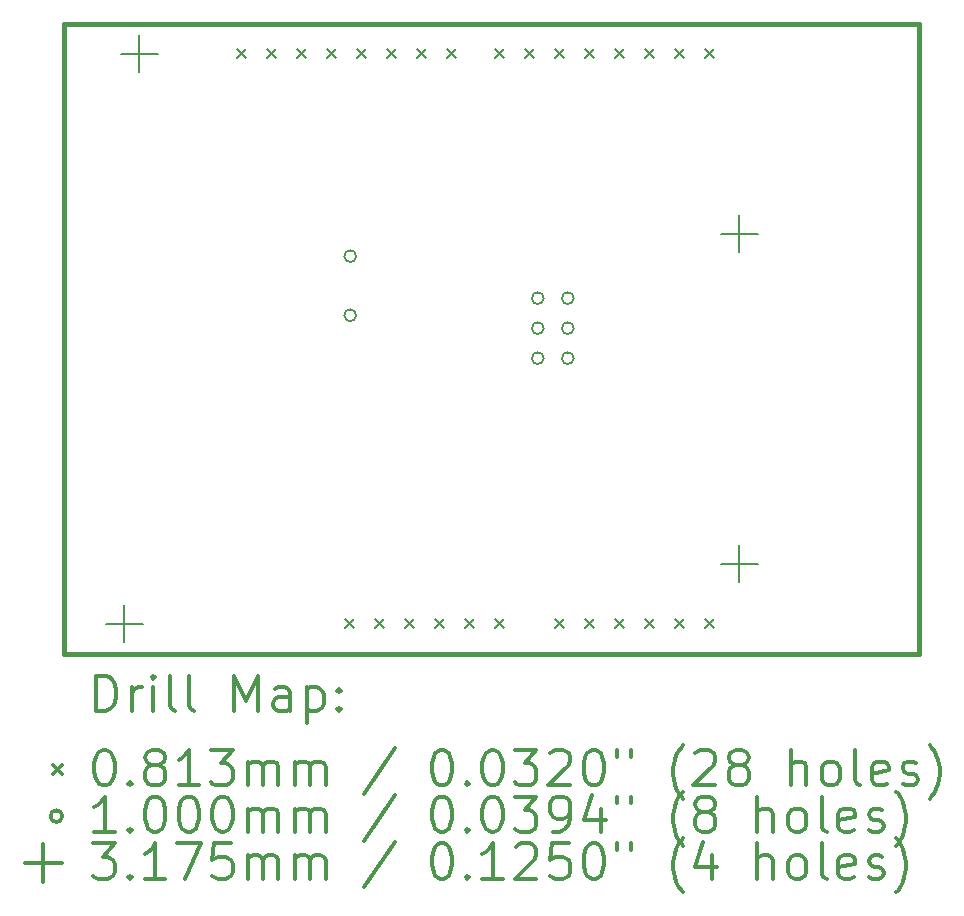
<source format=gbr>
%FSLAX45Y45*%
G04 Gerber Fmt 4.5, Leading zero omitted, Abs format (unit mm)*
G04 Created by KiCad (PCBNEW 5.1.10) date 2021-11-17 00:55:28*
%MOMM*%
%LPD*%
G01*
G04 APERTURE LIST*
%TA.AperFunction,Profile*%
%ADD10C,0.100000*%
%TD*%
%TA.AperFunction,Profile*%
%ADD11C,0.381000*%
%TD*%
%ADD12C,0.200000*%
%ADD13C,0.300000*%
G04 APERTURE END LIST*
D10*
X19208750Y-13271500D02*
X19208750Y-13265150D01*
D11*
X11969750Y-13271500D02*
X19208750Y-13271500D01*
X19208750Y-7937500D02*
X19208750Y-13265150D01*
X11969750Y-7937500D02*
X19208750Y-7937500D01*
X11969750Y-13271500D02*
X11969750Y-7937500D01*
D12*
X13427760Y-8150860D02*
X13509040Y-8232140D01*
X13509040Y-8150860D02*
X13427760Y-8232140D01*
X13681760Y-8150860D02*
X13763040Y-8232140D01*
X13763040Y-8150860D02*
X13681760Y-8232140D01*
X13935760Y-8150860D02*
X14017040Y-8232140D01*
X14017040Y-8150860D02*
X13935760Y-8232140D01*
X14189760Y-8150860D02*
X14271040Y-8232140D01*
X14271040Y-8150860D02*
X14189760Y-8232140D01*
X14342160Y-12976860D02*
X14423440Y-13058140D01*
X14423440Y-12976860D02*
X14342160Y-13058140D01*
X14443760Y-8150860D02*
X14525040Y-8232140D01*
X14525040Y-8150860D02*
X14443760Y-8232140D01*
X14596160Y-12976860D02*
X14677440Y-13058140D01*
X14677440Y-12976860D02*
X14596160Y-13058140D01*
X14697760Y-8150860D02*
X14779040Y-8232140D01*
X14779040Y-8150860D02*
X14697760Y-8232140D01*
X14850160Y-12976860D02*
X14931440Y-13058140D01*
X14931440Y-12976860D02*
X14850160Y-13058140D01*
X14951760Y-8150860D02*
X15033040Y-8232140D01*
X15033040Y-8150860D02*
X14951760Y-8232140D01*
X15104160Y-12976860D02*
X15185440Y-13058140D01*
X15185440Y-12976860D02*
X15104160Y-13058140D01*
X15205760Y-8150860D02*
X15287040Y-8232140D01*
X15287040Y-8150860D02*
X15205760Y-8232140D01*
X15358160Y-12976860D02*
X15439440Y-13058140D01*
X15439440Y-12976860D02*
X15358160Y-13058140D01*
X15612160Y-8150860D02*
X15693440Y-8232140D01*
X15693440Y-8150860D02*
X15612160Y-8232140D01*
X15612160Y-12976860D02*
X15693440Y-13058140D01*
X15693440Y-12976860D02*
X15612160Y-13058140D01*
X15866160Y-8150860D02*
X15947440Y-8232140D01*
X15947440Y-8150860D02*
X15866160Y-8232140D01*
X16120160Y-8150860D02*
X16201440Y-8232140D01*
X16201440Y-8150860D02*
X16120160Y-8232140D01*
X16120160Y-12976860D02*
X16201440Y-13058140D01*
X16201440Y-12976860D02*
X16120160Y-13058140D01*
X16374160Y-8150860D02*
X16455440Y-8232140D01*
X16455440Y-8150860D02*
X16374160Y-8232140D01*
X16374160Y-12976860D02*
X16455440Y-13058140D01*
X16455440Y-12976860D02*
X16374160Y-13058140D01*
X16628160Y-8150860D02*
X16709440Y-8232140D01*
X16709440Y-8150860D02*
X16628160Y-8232140D01*
X16628160Y-12976860D02*
X16709440Y-13058140D01*
X16709440Y-12976860D02*
X16628160Y-13058140D01*
X16882160Y-8150860D02*
X16963440Y-8232140D01*
X16963440Y-8150860D02*
X16882160Y-8232140D01*
X16882160Y-12976860D02*
X16963440Y-13058140D01*
X16963440Y-12976860D02*
X16882160Y-13058140D01*
X17136160Y-8150860D02*
X17217440Y-8232140D01*
X17217440Y-8150860D02*
X17136160Y-8232140D01*
X17136160Y-12976860D02*
X17217440Y-13058140D01*
X17217440Y-12976860D02*
X17136160Y-13058140D01*
X17390160Y-8150860D02*
X17471440Y-8232140D01*
X17471440Y-8150860D02*
X17390160Y-8232140D01*
X17390160Y-12976860D02*
X17471440Y-13058140D01*
X17471440Y-12976860D02*
X17390160Y-13058140D01*
X14439000Y-9906000D02*
G75*
G03*
X14439000Y-9906000I-50000J0D01*
G01*
X14439000Y-10406000D02*
G75*
G03*
X14439000Y-10406000I-50000J0D01*
G01*
X16026600Y-10261600D02*
G75*
G03*
X16026600Y-10261600I-50000J0D01*
G01*
X16026600Y-10515600D02*
G75*
G03*
X16026600Y-10515600I-50000J0D01*
G01*
X16026600Y-10769600D02*
G75*
G03*
X16026600Y-10769600I-50000J0D01*
G01*
X16280600Y-10261600D02*
G75*
G03*
X16280600Y-10261600I-50000J0D01*
G01*
X16280600Y-10515600D02*
G75*
G03*
X16280600Y-10515600I-50000J0D01*
G01*
X16280600Y-10769600D02*
G75*
G03*
X16280600Y-10769600I-50000J0D01*
G01*
X12477800Y-12858750D02*
X12477800Y-13176250D01*
X12319050Y-13017500D02*
X12636550Y-13017500D01*
X12604800Y-8032750D02*
X12604800Y-8350250D01*
X12446050Y-8191500D02*
X12763550Y-8191500D01*
X17684800Y-9556750D02*
X17684800Y-9874250D01*
X17526050Y-9715500D02*
X17843550Y-9715500D01*
X17684800Y-12350750D02*
X17684800Y-12668250D01*
X17526050Y-12509500D02*
X17843550Y-12509500D01*
D13*
X12237128Y-13756264D02*
X12237128Y-13456264D01*
X12308557Y-13456264D01*
X12351414Y-13470550D01*
X12379986Y-13499121D01*
X12394271Y-13527693D01*
X12408557Y-13584836D01*
X12408557Y-13627693D01*
X12394271Y-13684836D01*
X12379986Y-13713407D01*
X12351414Y-13741979D01*
X12308557Y-13756264D01*
X12237128Y-13756264D01*
X12537128Y-13756264D02*
X12537128Y-13556264D01*
X12537128Y-13613407D02*
X12551414Y-13584836D01*
X12565700Y-13570550D01*
X12594271Y-13556264D01*
X12622843Y-13556264D01*
X12722843Y-13756264D02*
X12722843Y-13556264D01*
X12722843Y-13456264D02*
X12708557Y-13470550D01*
X12722843Y-13484836D01*
X12737128Y-13470550D01*
X12722843Y-13456264D01*
X12722843Y-13484836D01*
X12908557Y-13756264D02*
X12879986Y-13741979D01*
X12865700Y-13713407D01*
X12865700Y-13456264D01*
X13065700Y-13756264D02*
X13037128Y-13741979D01*
X13022843Y-13713407D01*
X13022843Y-13456264D01*
X13408557Y-13756264D02*
X13408557Y-13456264D01*
X13508557Y-13670550D01*
X13608557Y-13456264D01*
X13608557Y-13756264D01*
X13879986Y-13756264D02*
X13879986Y-13599121D01*
X13865700Y-13570550D01*
X13837128Y-13556264D01*
X13779986Y-13556264D01*
X13751414Y-13570550D01*
X13879986Y-13741979D02*
X13851414Y-13756264D01*
X13779986Y-13756264D01*
X13751414Y-13741979D01*
X13737128Y-13713407D01*
X13737128Y-13684836D01*
X13751414Y-13656264D01*
X13779986Y-13641979D01*
X13851414Y-13641979D01*
X13879986Y-13627693D01*
X14022843Y-13556264D02*
X14022843Y-13856264D01*
X14022843Y-13570550D02*
X14051414Y-13556264D01*
X14108557Y-13556264D01*
X14137128Y-13570550D01*
X14151414Y-13584836D01*
X14165700Y-13613407D01*
X14165700Y-13699121D01*
X14151414Y-13727693D01*
X14137128Y-13741979D01*
X14108557Y-13756264D01*
X14051414Y-13756264D01*
X14022843Y-13741979D01*
X14294271Y-13727693D02*
X14308557Y-13741979D01*
X14294271Y-13756264D01*
X14279986Y-13741979D01*
X14294271Y-13727693D01*
X14294271Y-13756264D01*
X14294271Y-13570550D02*
X14308557Y-13584836D01*
X14294271Y-13599121D01*
X14279986Y-13584836D01*
X14294271Y-13570550D01*
X14294271Y-13599121D01*
X11869420Y-14209910D02*
X11950700Y-14291190D01*
X11950700Y-14209910D02*
X11869420Y-14291190D01*
X12294271Y-14086264D02*
X12322843Y-14086264D01*
X12351414Y-14100550D01*
X12365700Y-14114836D01*
X12379986Y-14143407D01*
X12394271Y-14200550D01*
X12394271Y-14271979D01*
X12379986Y-14329121D01*
X12365700Y-14357693D01*
X12351414Y-14371979D01*
X12322843Y-14386264D01*
X12294271Y-14386264D01*
X12265700Y-14371979D01*
X12251414Y-14357693D01*
X12237128Y-14329121D01*
X12222843Y-14271979D01*
X12222843Y-14200550D01*
X12237128Y-14143407D01*
X12251414Y-14114836D01*
X12265700Y-14100550D01*
X12294271Y-14086264D01*
X12522843Y-14357693D02*
X12537128Y-14371979D01*
X12522843Y-14386264D01*
X12508557Y-14371979D01*
X12522843Y-14357693D01*
X12522843Y-14386264D01*
X12708557Y-14214836D02*
X12679986Y-14200550D01*
X12665700Y-14186264D01*
X12651414Y-14157693D01*
X12651414Y-14143407D01*
X12665700Y-14114836D01*
X12679986Y-14100550D01*
X12708557Y-14086264D01*
X12765700Y-14086264D01*
X12794271Y-14100550D01*
X12808557Y-14114836D01*
X12822843Y-14143407D01*
X12822843Y-14157693D01*
X12808557Y-14186264D01*
X12794271Y-14200550D01*
X12765700Y-14214836D01*
X12708557Y-14214836D01*
X12679986Y-14229121D01*
X12665700Y-14243407D01*
X12651414Y-14271979D01*
X12651414Y-14329121D01*
X12665700Y-14357693D01*
X12679986Y-14371979D01*
X12708557Y-14386264D01*
X12765700Y-14386264D01*
X12794271Y-14371979D01*
X12808557Y-14357693D01*
X12822843Y-14329121D01*
X12822843Y-14271979D01*
X12808557Y-14243407D01*
X12794271Y-14229121D01*
X12765700Y-14214836D01*
X13108557Y-14386264D02*
X12937128Y-14386264D01*
X13022843Y-14386264D02*
X13022843Y-14086264D01*
X12994271Y-14129121D01*
X12965700Y-14157693D01*
X12937128Y-14171979D01*
X13208557Y-14086264D02*
X13394271Y-14086264D01*
X13294271Y-14200550D01*
X13337128Y-14200550D01*
X13365700Y-14214836D01*
X13379986Y-14229121D01*
X13394271Y-14257693D01*
X13394271Y-14329121D01*
X13379986Y-14357693D01*
X13365700Y-14371979D01*
X13337128Y-14386264D01*
X13251414Y-14386264D01*
X13222843Y-14371979D01*
X13208557Y-14357693D01*
X13522843Y-14386264D02*
X13522843Y-14186264D01*
X13522843Y-14214836D02*
X13537128Y-14200550D01*
X13565700Y-14186264D01*
X13608557Y-14186264D01*
X13637128Y-14200550D01*
X13651414Y-14229121D01*
X13651414Y-14386264D01*
X13651414Y-14229121D02*
X13665700Y-14200550D01*
X13694271Y-14186264D01*
X13737128Y-14186264D01*
X13765700Y-14200550D01*
X13779986Y-14229121D01*
X13779986Y-14386264D01*
X13922843Y-14386264D02*
X13922843Y-14186264D01*
X13922843Y-14214836D02*
X13937128Y-14200550D01*
X13965700Y-14186264D01*
X14008557Y-14186264D01*
X14037128Y-14200550D01*
X14051414Y-14229121D01*
X14051414Y-14386264D01*
X14051414Y-14229121D02*
X14065700Y-14200550D01*
X14094271Y-14186264D01*
X14137128Y-14186264D01*
X14165700Y-14200550D01*
X14179986Y-14229121D01*
X14179986Y-14386264D01*
X14765700Y-14071979D02*
X14508557Y-14457693D01*
X15151414Y-14086264D02*
X15179986Y-14086264D01*
X15208557Y-14100550D01*
X15222843Y-14114836D01*
X15237128Y-14143407D01*
X15251414Y-14200550D01*
X15251414Y-14271979D01*
X15237128Y-14329121D01*
X15222843Y-14357693D01*
X15208557Y-14371979D01*
X15179986Y-14386264D01*
X15151414Y-14386264D01*
X15122843Y-14371979D01*
X15108557Y-14357693D01*
X15094271Y-14329121D01*
X15079986Y-14271979D01*
X15079986Y-14200550D01*
X15094271Y-14143407D01*
X15108557Y-14114836D01*
X15122843Y-14100550D01*
X15151414Y-14086264D01*
X15379986Y-14357693D02*
X15394271Y-14371979D01*
X15379986Y-14386264D01*
X15365700Y-14371979D01*
X15379986Y-14357693D01*
X15379986Y-14386264D01*
X15579986Y-14086264D02*
X15608557Y-14086264D01*
X15637128Y-14100550D01*
X15651414Y-14114836D01*
X15665700Y-14143407D01*
X15679986Y-14200550D01*
X15679986Y-14271979D01*
X15665700Y-14329121D01*
X15651414Y-14357693D01*
X15637128Y-14371979D01*
X15608557Y-14386264D01*
X15579986Y-14386264D01*
X15551414Y-14371979D01*
X15537128Y-14357693D01*
X15522843Y-14329121D01*
X15508557Y-14271979D01*
X15508557Y-14200550D01*
X15522843Y-14143407D01*
X15537128Y-14114836D01*
X15551414Y-14100550D01*
X15579986Y-14086264D01*
X15779986Y-14086264D02*
X15965700Y-14086264D01*
X15865700Y-14200550D01*
X15908557Y-14200550D01*
X15937128Y-14214836D01*
X15951414Y-14229121D01*
X15965700Y-14257693D01*
X15965700Y-14329121D01*
X15951414Y-14357693D01*
X15937128Y-14371979D01*
X15908557Y-14386264D01*
X15822843Y-14386264D01*
X15794271Y-14371979D01*
X15779986Y-14357693D01*
X16079986Y-14114836D02*
X16094271Y-14100550D01*
X16122843Y-14086264D01*
X16194271Y-14086264D01*
X16222843Y-14100550D01*
X16237128Y-14114836D01*
X16251414Y-14143407D01*
X16251414Y-14171979D01*
X16237128Y-14214836D01*
X16065700Y-14386264D01*
X16251414Y-14386264D01*
X16437128Y-14086264D02*
X16465700Y-14086264D01*
X16494271Y-14100550D01*
X16508557Y-14114836D01*
X16522843Y-14143407D01*
X16537128Y-14200550D01*
X16537128Y-14271979D01*
X16522843Y-14329121D01*
X16508557Y-14357693D01*
X16494271Y-14371979D01*
X16465700Y-14386264D01*
X16437128Y-14386264D01*
X16408557Y-14371979D01*
X16394271Y-14357693D01*
X16379986Y-14329121D01*
X16365700Y-14271979D01*
X16365700Y-14200550D01*
X16379986Y-14143407D01*
X16394271Y-14114836D01*
X16408557Y-14100550D01*
X16437128Y-14086264D01*
X16651414Y-14086264D02*
X16651414Y-14143407D01*
X16765700Y-14086264D02*
X16765700Y-14143407D01*
X17208557Y-14500550D02*
X17194271Y-14486264D01*
X17165700Y-14443407D01*
X17151414Y-14414836D01*
X17137128Y-14371979D01*
X17122843Y-14300550D01*
X17122843Y-14243407D01*
X17137128Y-14171979D01*
X17151414Y-14129121D01*
X17165700Y-14100550D01*
X17194271Y-14057693D01*
X17208557Y-14043407D01*
X17308557Y-14114836D02*
X17322843Y-14100550D01*
X17351414Y-14086264D01*
X17422843Y-14086264D01*
X17451414Y-14100550D01*
X17465700Y-14114836D01*
X17479986Y-14143407D01*
X17479986Y-14171979D01*
X17465700Y-14214836D01*
X17294271Y-14386264D01*
X17479986Y-14386264D01*
X17651414Y-14214836D02*
X17622843Y-14200550D01*
X17608557Y-14186264D01*
X17594271Y-14157693D01*
X17594271Y-14143407D01*
X17608557Y-14114836D01*
X17622843Y-14100550D01*
X17651414Y-14086264D01*
X17708557Y-14086264D01*
X17737128Y-14100550D01*
X17751414Y-14114836D01*
X17765700Y-14143407D01*
X17765700Y-14157693D01*
X17751414Y-14186264D01*
X17737128Y-14200550D01*
X17708557Y-14214836D01*
X17651414Y-14214836D01*
X17622843Y-14229121D01*
X17608557Y-14243407D01*
X17594271Y-14271979D01*
X17594271Y-14329121D01*
X17608557Y-14357693D01*
X17622843Y-14371979D01*
X17651414Y-14386264D01*
X17708557Y-14386264D01*
X17737128Y-14371979D01*
X17751414Y-14357693D01*
X17765700Y-14329121D01*
X17765700Y-14271979D01*
X17751414Y-14243407D01*
X17737128Y-14229121D01*
X17708557Y-14214836D01*
X18122843Y-14386264D02*
X18122843Y-14086264D01*
X18251414Y-14386264D02*
X18251414Y-14229121D01*
X18237128Y-14200550D01*
X18208557Y-14186264D01*
X18165700Y-14186264D01*
X18137128Y-14200550D01*
X18122843Y-14214836D01*
X18437128Y-14386264D02*
X18408557Y-14371979D01*
X18394271Y-14357693D01*
X18379986Y-14329121D01*
X18379986Y-14243407D01*
X18394271Y-14214836D01*
X18408557Y-14200550D01*
X18437128Y-14186264D01*
X18479986Y-14186264D01*
X18508557Y-14200550D01*
X18522843Y-14214836D01*
X18537128Y-14243407D01*
X18537128Y-14329121D01*
X18522843Y-14357693D01*
X18508557Y-14371979D01*
X18479986Y-14386264D01*
X18437128Y-14386264D01*
X18708557Y-14386264D02*
X18679986Y-14371979D01*
X18665700Y-14343407D01*
X18665700Y-14086264D01*
X18937128Y-14371979D02*
X18908557Y-14386264D01*
X18851414Y-14386264D01*
X18822843Y-14371979D01*
X18808557Y-14343407D01*
X18808557Y-14229121D01*
X18822843Y-14200550D01*
X18851414Y-14186264D01*
X18908557Y-14186264D01*
X18937128Y-14200550D01*
X18951414Y-14229121D01*
X18951414Y-14257693D01*
X18808557Y-14286264D01*
X19065700Y-14371979D02*
X19094271Y-14386264D01*
X19151414Y-14386264D01*
X19179986Y-14371979D01*
X19194271Y-14343407D01*
X19194271Y-14329121D01*
X19179986Y-14300550D01*
X19151414Y-14286264D01*
X19108557Y-14286264D01*
X19079986Y-14271979D01*
X19065700Y-14243407D01*
X19065700Y-14229121D01*
X19079986Y-14200550D01*
X19108557Y-14186264D01*
X19151414Y-14186264D01*
X19179986Y-14200550D01*
X19294271Y-14500550D02*
X19308557Y-14486264D01*
X19337128Y-14443407D01*
X19351414Y-14414836D01*
X19365700Y-14371979D01*
X19379986Y-14300550D01*
X19379986Y-14243407D01*
X19365700Y-14171979D01*
X19351414Y-14129121D01*
X19337128Y-14100550D01*
X19308557Y-14057693D01*
X19294271Y-14043407D01*
X11950700Y-14646550D02*
G75*
G03*
X11950700Y-14646550I-50000J0D01*
G01*
X12394271Y-14782264D02*
X12222843Y-14782264D01*
X12308557Y-14782264D02*
X12308557Y-14482264D01*
X12279986Y-14525121D01*
X12251414Y-14553693D01*
X12222843Y-14567979D01*
X12522843Y-14753693D02*
X12537128Y-14767979D01*
X12522843Y-14782264D01*
X12508557Y-14767979D01*
X12522843Y-14753693D01*
X12522843Y-14782264D01*
X12722843Y-14482264D02*
X12751414Y-14482264D01*
X12779986Y-14496550D01*
X12794271Y-14510836D01*
X12808557Y-14539407D01*
X12822843Y-14596550D01*
X12822843Y-14667979D01*
X12808557Y-14725121D01*
X12794271Y-14753693D01*
X12779986Y-14767979D01*
X12751414Y-14782264D01*
X12722843Y-14782264D01*
X12694271Y-14767979D01*
X12679986Y-14753693D01*
X12665700Y-14725121D01*
X12651414Y-14667979D01*
X12651414Y-14596550D01*
X12665700Y-14539407D01*
X12679986Y-14510836D01*
X12694271Y-14496550D01*
X12722843Y-14482264D01*
X13008557Y-14482264D02*
X13037128Y-14482264D01*
X13065700Y-14496550D01*
X13079986Y-14510836D01*
X13094271Y-14539407D01*
X13108557Y-14596550D01*
X13108557Y-14667979D01*
X13094271Y-14725121D01*
X13079986Y-14753693D01*
X13065700Y-14767979D01*
X13037128Y-14782264D01*
X13008557Y-14782264D01*
X12979986Y-14767979D01*
X12965700Y-14753693D01*
X12951414Y-14725121D01*
X12937128Y-14667979D01*
X12937128Y-14596550D01*
X12951414Y-14539407D01*
X12965700Y-14510836D01*
X12979986Y-14496550D01*
X13008557Y-14482264D01*
X13294271Y-14482264D02*
X13322843Y-14482264D01*
X13351414Y-14496550D01*
X13365700Y-14510836D01*
X13379986Y-14539407D01*
X13394271Y-14596550D01*
X13394271Y-14667979D01*
X13379986Y-14725121D01*
X13365700Y-14753693D01*
X13351414Y-14767979D01*
X13322843Y-14782264D01*
X13294271Y-14782264D01*
X13265700Y-14767979D01*
X13251414Y-14753693D01*
X13237128Y-14725121D01*
X13222843Y-14667979D01*
X13222843Y-14596550D01*
X13237128Y-14539407D01*
X13251414Y-14510836D01*
X13265700Y-14496550D01*
X13294271Y-14482264D01*
X13522843Y-14782264D02*
X13522843Y-14582264D01*
X13522843Y-14610836D02*
X13537128Y-14596550D01*
X13565700Y-14582264D01*
X13608557Y-14582264D01*
X13637128Y-14596550D01*
X13651414Y-14625121D01*
X13651414Y-14782264D01*
X13651414Y-14625121D02*
X13665700Y-14596550D01*
X13694271Y-14582264D01*
X13737128Y-14582264D01*
X13765700Y-14596550D01*
X13779986Y-14625121D01*
X13779986Y-14782264D01*
X13922843Y-14782264D02*
X13922843Y-14582264D01*
X13922843Y-14610836D02*
X13937128Y-14596550D01*
X13965700Y-14582264D01*
X14008557Y-14582264D01*
X14037128Y-14596550D01*
X14051414Y-14625121D01*
X14051414Y-14782264D01*
X14051414Y-14625121D02*
X14065700Y-14596550D01*
X14094271Y-14582264D01*
X14137128Y-14582264D01*
X14165700Y-14596550D01*
X14179986Y-14625121D01*
X14179986Y-14782264D01*
X14765700Y-14467979D02*
X14508557Y-14853693D01*
X15151414Y-14482264D02*
X15179986Y-14482264D01*
X15208557Y-14496550D01*
X15222843Y-14510836D01*
X15237128Y-14539407D01*
X15251414Y-14596550D01*
X15251414Y-14667979D01*
X15237128Y-14725121D01*
X15222843Y-14753693D01*
X15208557Y-14767979D01*
X15179986Y-14782264D01*
X15151414Y-14782264D01*
X15122843Y-14767979D01*
X15108557Y-14753693D01*
X15094271Y-14725121D01*
X15079986Y-14667979D01*
X15079986Y-14596550D01*
X15094271Y-14539407D01*
X15108557Y-14510836D01*
X15122843Y-14496550D01*
X15151414Y-14482264D01*
X15379986Y-14753693D02*
X15394271Y-14767979D01*
X15379986Y-14782264D01*
X15365700Y-14767979D01*
X15379986Y-14753693D01*
X15379986Y-14782264D01*
X15579986Y-14482264D02*
X15608557Y-14482264D01*
X15637128Y-14496550D01*
X15651414Y-14510836D01*
X15665700Y-14539407D01*
X15679986Y-14596550D01*
X15679986Y-14667979D01*
X15665700Y-14725121D01*
X15651414Y-14753693D01*
X15637128Y-14767979D01*
X15608557Y-14782264D01*
X15579986Y-14782264D01*
X15551414Y-14767979D01*
X15537128Y-14753693D01*
X15522843Y-14725121D01*
X15508557Y-14667979D01*
X15508557Y-14596550D01*
X15522843Y-14539407D01*
X15537128Y-14510836D01*
X15551414Y-14496550D01*
X15579986Y-14482264D01*
X15779986Y-14482264D02*
X15965700Y-14482264D01*
X15865700Y-14596550D01*
X15908557Y-14596550D01*
X15937128Y-14610836D01*
X15951414Y-14625121D01*
X15965700Y-14653693D01*
X15965700Y-14725121D01*
X15951414Y-14753693D01*
X15937128Y-14767979D01*
X15908557Y-14782264D01*
X15822843Y-14782264D01*
X15794271Y-14767979D01*
X15779986Y-14753693D01*
X16108557Y-14782264D02*
X16165700Y-14782264D01*
X16194271Y-14767979D01*
X16208557Y-14753693D01*
X16237128Y-14710836D01*
X16251414Y-14653693D01*
X16251414Y-14539407D01*
X16237128Y-14510836D01*
X16222843Y-14496550D01*
X16194271Y-14482264D01*
X16137128Y-14482264D01*
X16108557Y-14496550D01*
X16094271Y-14510836D01*
X16079986Y-14539407D01*
X16079986Y-14610836D01*
X16094271Y-14639407D01*
X16108557Y-14653693D01*
X16137128Y-14667979D01*
X16194271Y-14667979D01*
X16222843Y-14653693D01*
X16237128Y-14639407D01*
X16251414Y-14610836D01*
X16508557Y-14582264D02*
X16508557Y-14782264D01*
X16437128Y-14467979D02*
X16365700Y-14682264D01*
X16551414Y-14682264D01*
X16651414Y-14482264D02*
X16651414Y-14539407D01*
X16765700Y-14482264D02*
X16765700Y-14539407D01*
X17208557Y-14896550D02*
X17194271Y-14882264D01*
X17165700Y-14839407D01*
X17151414Y-14810836D01*
X17137128Y-14767979D01*
X17122843Y-14696550D01*
X17122843Y-14639407D01*
X17137128Y-14567979D01*
X17151414Y-14525121D01*
X17165700Y-14496550D01*
X17194271Y-14453693D01*
X17208557Y-14439407D01*
X17365700Y-14610836D02*
X17337128Y-14596550D01*
X17322843Y-14582264D01*
X17308557Y-14553693D01*
X17308557Y-14539407D01*
X17322843Y-14510836D01*
X17337128Y-14496550D01*
X17365700Y-14482264D01*
X17422843Y-14482264D01*
X17451414Y-14496550D01*
X17465700Y-14510836D01*
X17479986Y-14539407D01*
X17479986Y-14553693D01*
X17465700Y-14582264D01*
X17451414Y-14596550D01*
X17422843Y-14610836D01*
X17365700Y-14610836D01*
X17337128Y-14625121D01*
X17322843Y-14639407D01*
X17308557Y-14667979D01*
X17308557Y-14725121D01*
X17322843Y-14753693D01*
X17337128Y-14767979D01*
X17365700Y-14782264D01*
X17422843Y-14782264D01*
X17451414Y-14767979D01*
X17465700Y-14753693D01*
X17479986Y-14725121D01*
X17479986Y-14667979D01*
X17465700Y-14639407D01*
X17451414Y-14625121D01*
X17422843Y-14610836D01*
X17837128Y-14782264D02*
X17837128Y-14482264D01*
X17965700Y-14782264D02*
X17965700Y-14625121D01*
X17951414Y-14596550D01*
X17922843Y-14582264D01*
X17879986Y-14582264D01*
X17851414Y-14596550D01*
X17837128Y-14610836D01*
X18151414Y-14782264D02*
X18122843Y-14767979D01*
X18108557Y-14753693D01*
X18094271Y-14725121D01*
X18094271Y-14639407D01*
X18108557Y-14610836D01*
X18122843Y-14596550D01*
X18151414Y-14582264D01*
X18194271Y-14582264D01*
X18222843Y-14596550D01*
X18237128Y-14610836D01*
X18251414Y-14639407D01*
X18251414Y-14725121D01*
X18237128Y-14753693D01*
X18222843Y-14767979D01*
X18194271Y-14782264D01*
X18151414Y-14782264D01*
X18422843Y-14782264D02*
X18394271Y-14767979D01*
X18379986Y-14739407D01*
X18379986Y-14482264D01*
X18651414Y-14767979D02*
X18622843Y-14782264D01*
X18565700Y-14782264D01*
X18537128Y-14767979D01*
X18522843Y-14739407D01*
X18522843Y-14625121D01*
X18537128Y-14596550D01*
X18565700Y-14582264D01*
X18622843Y-14582264D01*
X18651414Y-14596550D01*
X18665700Y-14625121D01*
X18665700Y-14653693D01*
X18522843Y-14682264D01*
X18779986Y-14767979D02*
X18808557Y-14782264D01*
X18865700Y-14782264D01*
X18894271Y-14767979D01*
X18908557Y-14739407D01*
X18908557Y-14725121D01*
X18894271Y-14696550D01*
X18865700Y-14682264D01*
X18822843Y-14682264D01*
X18794271Y-14667979D01*
X18779986Y-14639407D01*
X18779986Y-14625121D01*
X18794271Y-14596550D01*
X18822843Y-14582264D01*
X18865700Y-14582264D01*
X18894271Y-14596550D01*
X19008557Y-14896550D02*
X19022843Y-14882264D01*
X19051414Y-14839407D01*
X19065700Y-14810836D01*
X19079986Y-14767979D01*
X19094271Y-14696550D01*
X19094271Y-14639407D01*
X19079986Y-14567979D01*
X19065700Y-14525121D01*
X19051414Y-14496550D01*
X19022843Y-14453693D01*
X19008557Y-14439407D01*
X11791950Y-14883800D02*
X11791950Y-15201300D01*
X11633200Y-15042550D02*
X11950700Y-15042550D01*
X12208557Y-14878264D02*
X12394271Y-14878264D01*
X12294271Y-14992550D01*
X12337128Y-14992550D01*
X12365700Y-15006836D01*
X12379986Y-15021121D01*
X12394271Y-15049693D01*
X12394271Y-15121121D01*
X12379986Y-15149693D01*
X12365700Y-15163979D01*
X12337128Y-15178264D01*
X12251414Y-15178264D01*
X12222843Y-15163979D01*
X12208557Y-15149693D01*
X12522843Y-15149693D02*
X12537128Y-15163979D01*
X12522843Y-15178264D01*
X12508557Y-15163979D01*
X12522843Y-15149693D01*
X12522843Y-15178264D01*
X12822843Y-15178264D02*
X12651414Y-15178264D01*
X12737128Y-15178264D02*
X12737128Y-14878264D01*
X12708557Y-14921121D01*
X12679986Y-14949693D01*
X12651414Y-14963979D01*
X12922843Y-14878264D02*
X13122843Y-14878264D01*
X12994271Y-15178264D01*
X13379986Y-14878264D02*
X13237128Y-14878264D01*
X13222843Y-15021121D01*
X13237128Y-15006836D01*
X13265700Y-14992550D01*
X13337128Y-14992550D01*
X13365700Y-15006836D01*
X13379986Y-15021121D01*
X13394271Y-15049693D01*
X13394271Y-15121121D01*
X13379986Y-15149693D01*
X13365700Y-15163979D01*
X13337128Y-15178264D01*
X13265700Y-15178264D01*
X13237128Y-15163979D01*
X13222843Y-15149693D01*
X13522843Y-15178264D02*
X13522843Y-14978264D01*
X13522843Y-15006836D02*
X13537128Y-14992550D01*
X13565700Y-14978264D01*
X13608557Y-14978264D01*
X13637128Y-14992550D01*
X13651414Y-15021121D01*
X13651414Y-15178264D01*
X13651414Y-15021121D02*
X13665700Y-14992550D01*
X13694271Y-14978264D01*
X13737128Y-14978264D01*
X13765700Y-14992550D01*
X13779986Y-15021121D01*
X13779986Y-15178264D01*
X13922843Y-15178264D02*
X13922843Y-14978264D01*
X13922843Y-15006836D02*
X13937128Y-14992550D01*
X13965700Y-14978264D01*
X14008557Y-14978264D01*
X14037128Y-14992550D01*
X14051414Y-15021121D01*
X14051414Y-15178264D01*
X14051414Y-15021121D02*
X14065700Y-14992550D01*
X14094271Y-14978264D01*
X14137128Y-14978264D01*
X14165700Y-14992550D01*
X14179986Y-15021121D01*
X14179986Y-15178264D01*
X14765700Y-14863979D02*
X14508557Y-15249693D01*
X15151414Y-14878264D02*
X15179986Y-14878264D01*
X15208557Y-14892550D01*
X15222843Y-14906836D01*
X15237128Y-14935407D01*
X15251414Y-14992550D01*
X15251414Y-15063979D01*
X15237128Y-15121121D01*
X15222843Y-15149693D01*
X15208557Y-15163979D01*
X15179986Y-15178264D01*
X15151414Y-15178264D01*
X15122843Y-15163979D01*
X15108557Y-15149693D01*
X15094271Y-15121121D01*
X15079986Y-15063979D01*
X15079986Y-14992550D01*
X15094271Y-14935407D01*
X15108557Y-14906836D01*
X15122843Y-14892550D01*
X15151414Y-14878264D01*
X15379986Y-15149693D02*
X15394271Y-15163979D01*
X15379986Y-15178264D01*
X15365700Y-15163979D01*
X15379986Y-15149693D01*
X15379986Y-15178264D01*
X15679986Y-15178264D02*
X15508557Y-15178264D01*
X15594271Y-15178264D02*
X15594271Y-14878264D01*
X15565700Y-14921121D01*
X15537128Y-14949693D01*
X15508557Y-14963979D01*
X15794271Y-14906836D02*
X15808557Y-14892550D01*
X15837128Y-14878264D01*
X15908557Y-14878264D01*
X15937128Y-14892550D01*
X15951414Y-14906836D01*
X15965700Y-14935407D01*
X15965700Y-14963979D01*
X15951414Y-15006836D01*
X15779986Y-15178264D01*
X15965700Y-15178264D01*
X16237128Y-14878264D02*
X16094271Y-14878264D01*
X16079986Y-15021121D01*
X16094271Y-15006836D01*
X16122843Y-14992550D01*
X16194271Y-14992550D01*
X16222843Y-15006836D01*
X16237128Y-15021121D01*
X16251414Y-15049693D01*
X16251414Y-15121121D01*
X16237128Y-15149693D01*
X16222843Y-15163979D01*
X16194271Y-15178264D01*
X16122843Y-15178264D01*
X16094271Y-15163979D01*
X16079986Y-15149693D01*
X16437128Y-14878264D02*
X16465700Y-14878264D01*
X16494271Y-14892550D01*
X16508557Y-14906836D01*
X16522843Y-14935407D01*
X16537128Y-14992550D01*
X16537128Y-15063979D01*
X16522843Y-15121121D01*
X16508557Y-15149693D01*
X16494271Y-15163979D01*
X16465700Y-15178264D01*
X16437128Y-15178264D01*
X16408557Y-15163979D01*
X16394271Y-15149693D01*
X16379986Y-15121121D01*
X16365700Y-15063979D01*
X16365700Y-14992550D01*
X16379986Y-14935407D01*
X16394271Y-14906836D01*
X16408557Y-14892550D01*
X16437128Y-14878264D01*
X16651414Y-14878264D02*
X16651414Y-14935407D01*
X16765700Y-14878264D02*
X16765700Y-14935407D01*
X17208557Y-15292550D02*
X17194271Y-15278264D01*
X17165700Y-15235407D01*
X17151414Y-15206836D01*
X17137128Y-15163979D01*
X17122843Y-15092550D01*
X17122843Y-15035407D01*
X17137128Y-14963979D01*
X17151414Y-14921121D01*
X17165700Y-14892550D01*
X17194271Y-14849693D01*
X17208557Y-14835407D01*
X17451414Y-14978264D02*
X17451414Y-15178264D01*
X17379986Y-14863979D02*
X17308557Y-15078264D01*
X17494271Y-15078264D01*
X17837128Y-15178264D02*
X17837128Y-14878264D01*
X17965700Y-15178264D02*
X17965700Y-15021121D01*
X17951414Y-14992550D01*
X17922843Y-14978264D01*
X17879986Y-14978264D01*
X17851414Y-14992550D01*
X17837128Y-15006836D01*
X18151414Y-15178264D02*
X18122843Y-15163979D01*
X18108557Y-15149693D01*
X18094271Y-15121121D01*
X18094271Y-15035407D01*
X18108557Y-15006836D01*
X18122843Y-14992550D01*
X18151414Y-14978264D01*
X18194271Y-14978264D01*
X18222843Y-14992550D01*
X18237128Y-15006836D01*
X18251414Y-15035407D01*
X18251414Y-15121121D01*
X18237128Y-15149693D01*
X18222843Y-15163979D01*
X18194271Y-15178264D01*
X18151414Y-15178264D01*
X18422843Y-15178264D02*
X18394271Y-15163979D01*
X18379986Y-15135407D01*
X18379986Y-14878264D01*
X18651414Y-15163979D02*
X18622843Y-15178264D01*
X18565700Y-15178264D01*
X18537128Y-15163979D01*
X18522843Y-15135407D01*
X18522843Y-15021121D01*
X18537128Y-14992550D01*
X18565700Y-14978264D01*
X18622843Y-14978264D01*
X18651414Y-14992550D01*
X18665700Y-15021121D01*
X18665700Y-15049693D01*
X18522843Y-15078264D01*
X18779986Y-15163979D02*
X18808557Y-15178264D01*
X18865700Y-15178264D01*
X18894271Y-15163979D01*
X18908557Y-15135407D01*
X18908557Y-15121121D01*
X18894271Y-15092550D01*
X18865700Y-15078264D01*
X18822843Y-15078264D01*
X18794271Y-15063979D01*
X18779986Y-15035407D01*
X18779986Y-15021121D01*
X18794271Y-14992550D01*
X18822843Y-14978264D01*
X18865700Y-14978264D01*
X18894271Y-14992550D01*
X19008557Y-15292550D02*
X19022843Y-15278264D01*
X19051414Y-15235407D01*
X19065700Y-15206836D01*
X19079986Y-15163979D01*
X19094271Y-15092550D01*
X19094271Y-15035407D01*
X19079986Y-14963979D01*
X19065700Y-14921121D01*
X19051414Y-14892550D01*
X19022843Y-14849693D01*
X19008557Y-14835407D01*
M02*

</source>
